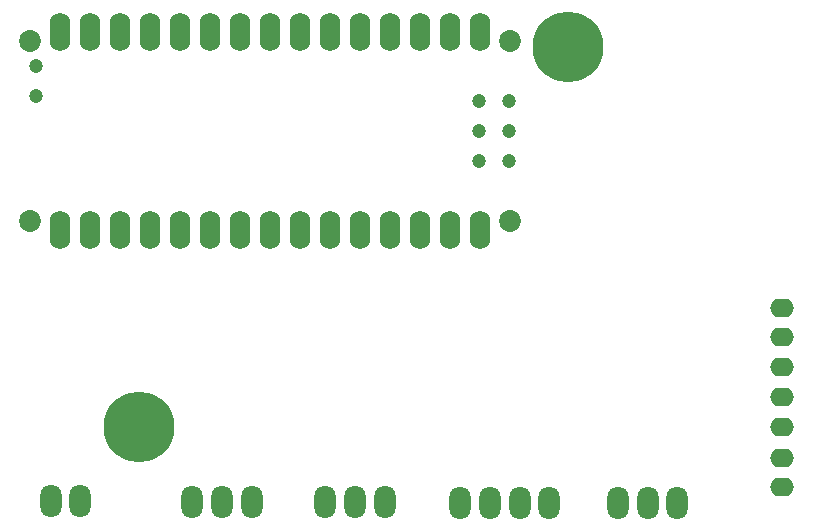
<source format=gbs>
G04*
G04 #@! TF.GenerationSoftware,Altium Limited,Altium Designer,21.6.4 (81)*
G04*
G04 Layer_Color=16711935*
%FSLAX44Y44*%
%MOMM*%
G71*
G04*
G04 #@! TF.SameCoordinates,26D0E7B3-AAE4-4812-B184-49AD84F33247*
G04*
G04*
G04 #@! TF.FilePolarity,Negative*
G04*
G01*
G75*
%ADD35O,2.0032X1.6032*%
%ADD36O,1.7272X3.2512*%
%ADD37C,1.8542*%
%ADD38C,1.2032*%
%ADD39O,1.8032X2.8032*%
%ADD40C,6.0000*%
D35*
X650750Y171800D02*
D03*
Y196800D02*
D03*
Y95600D02*
D03*
Y69800D02*
D03*
Y44800D02*
D03*
Y121000D02*
D03*
Y146400D02*
D03*
D36*
X39800Y430620D02*
D03*
X65200D02*
D03*
X90600D02*
D03*
X116000D02*
D03*
X141400D02*
D03*
X166800D02*
D03*
X192200D02*
D03*
X217600D02*
D03*
X243000D02*
D03*
X268400D02*
D03*
X293800D02*
D03*
X319200D02*
D03*
X344600D02*
D03*
X370000D02*
D03*
X395400D02*
D03*
D03*
X39800Y262980D02*
D03*
X65200D02*
D03*
X90600D02*
D03*
X116000D02*
D03*
X141400D02*
D03*
X166800D02*
D03*
X192200D02*
D03*
X217600D02*
D03*
X243000D02*
D03*
X268400D02*
D03*
X293800D02*
D03*
X319200D02*
D03*
X344600D02*
D03*
X370000D02*
D03*
X395400D02*
D03*
D37*
X14400Y423000D02*
D03*
Y270600D02*
D03*
X420800D02*
D03*
Y423000D02*
D03*
D38*
X19480Y401410D02*
D03*
Y376010D02*
D03*
X394380Y321400D02*
D03*
X419780D02*
D03*
Y346800D02*
D03*
X394380Y372200D02*
D03*
X419780D02*
D03*
X394380Y346800D02*
D03*
D39*
X31750Y33274D02*
D03*
X56750D02*
D03*
X377894Y31750D02*
D03*
X403294D02*
D03*
X453694D02*
D03*
X428694D02*
D03*
X201971Y32500D02*
D03*
X176971D02*
D03*
X151571D02*
D03*
X314444Y32250D02*
D03*
X289444D02*
D03*
X264044D02*
D03*
X511694Y31750D02*
D03*
X537094D02*
D03*
X562094D02*
D03*
D40*
X469500Y417250D02*
D03*
X106250Y95750D02*
D03*
M02*

</source>
